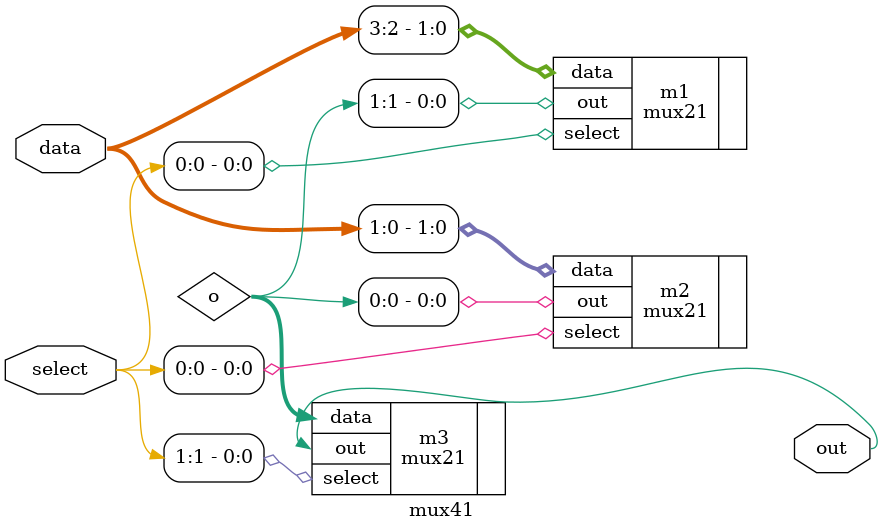
<source format=v>
`timescale 1ns / 1ps


module mux41(
data,
select,
out
);
input [3:0] data;
input [1:0] select;
output out;

wire [1:0] o;

mux21 m1(
.data(data[3:2]),
.select(select[0]),
.out(o[1])
);

mux21 m2(
.data(data[1:0]),
.select(select[0]),
.out(o[0])
);

mux21 m3(
.data(o[1:0]),
.select(select[1]),
.out(out)
);

endmodule

</source>
